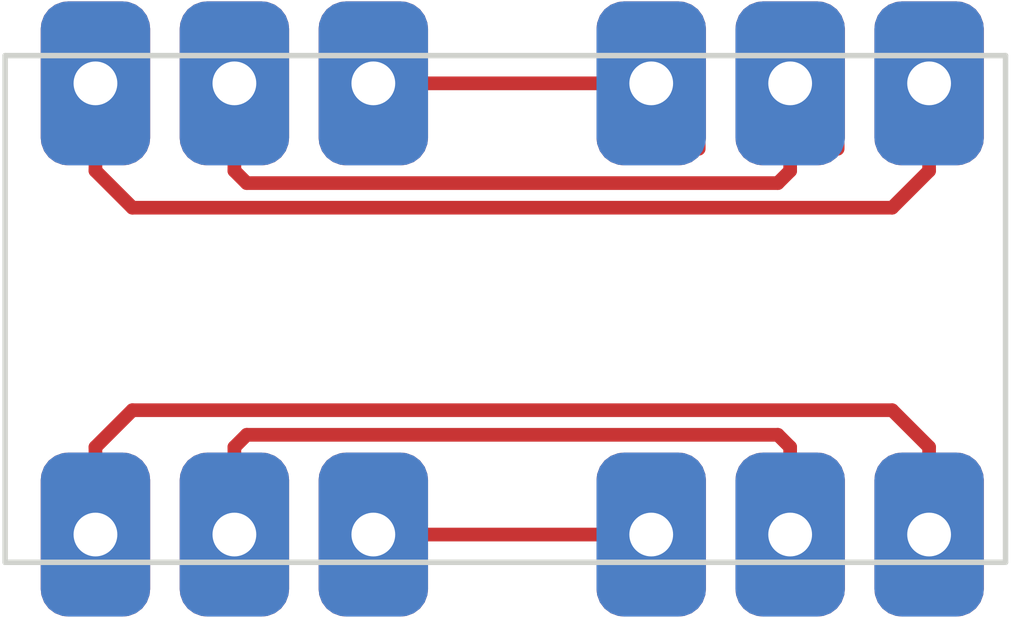
<source format=kicad_pcb>
(kicad_pcb (version 20171130) (host pcbnew "(5.1.2)-2")

  (general
    (thickness 1.6)
    (drawings 4)
    (tracks 26)
    (zones 0)
    (modules 4)
    (nets 4)
  )

  (page A4)
  (layers
    (0 F.Cu signal)
    (31 B.Cu signal)
    (32 B.Adhes user)
    (33 F.Adhes user)
    (34 B.Paste user)
    (35 F.Paste user)
    (36 B.SilkS user)
    (37 F.SilkS user)
    (38 B.Mask user)
    (39 F.Mask user)
    (40 Dwgs.User user)
    (41 Cmts.User user)
    (42 Eco1.User user)
    (43 Eco2.User user)
    (44 Edge.Cuts user)
    (45 Margin user)
    (46 B.CrtYd user)
    (47 F.CrtYd user)
    (48 B.Fab user hide)
    (49 F.Fab user hide)
  )

  (setup
    (last_trace_width 0.25)
    (trace_clearance 0.2)
    (zone_clearance 0.508)
    (zone_45_only no)
    (trace_min 0.2)
    (via_size 0.8)
    (via_drill 0.4)
    (via_min_size 0.4)
    (via_min_drill 0.3)
    (uvia_size 0.3)
    (uvia_drill 0.1)
    (uvias_allowed no)
    (uvia_min_size 0.2)
    (uvia_min_drill 0.1)
    (edge_width 0.05)
    (segment_width 0.2)
    (pcb_text_width 0.3)
    (pcb_text_size 1.5 1.5)
    (mod_edge_width 0.12)
    (mod_text_size 1 1)
    (mod_text_width 0.15)
    (pad_size 2 3)
    (pad_drill 0.8)
    (pad_to_mask_clearance 0.051)
    (solder_mask_min_width 0.25)
    (aux_axis_origin 0 0)
    (visible_elements 7FFFFFFF)
    (pcbplotparams
      (layerselection 0x010fc_ffffffff)
      (usegerberextensions false)
      (usegerberattributes false)
      (usegerberadvancedattributes false)
      (creategerberjobfile false)
      (excludeedgelayer true)
      (linewidth 0.100000)
      (plotframeref false)
      (viasonmask false)
      (mode 1)
      (useauxorigin false)
      (hpglpennumber 1)
      (hpglpenspeed 20)
      (hpglpendiameter 15.000000)
      (psnegative false)
      (psa4output false)
      (plotreference true)
      (plotvalue true)
      (plotinvisibletext false)
      (padsonsilk false)
      (subtractmaskfromsilk false)
      (outputformat 1)
      (mirror false)
      (drillshape 0)
      (scaleselection 1)
      (outputdirectory ""))
  )

  (net 0 "")
  (net 1 "Net-(J1-Pad3)")
  (net 2 "Net-(J1-Pad2)")
  (net 3 "Net-(J1-Pad1)")

  (net_class Default "This is the default net class."
    (clearance 0.2)
    (trace_width 0.25)
    (via_dia 0.8)
    (via_drill 0.4)
    (uvia_dia 0.3)
    (uvia_drill 0.1)
    (add_net "Net-(J1-Pad1)")
    (add_net "Net-(J1-Pad2)")
    (add_net "Net-(J1-Pad3)")
  )

  (module EndConnectors:TetrisTieEndConnectors (layer F.Cu) (tedit 5D2A8D88) (tstamp 5D2D1CE4)
    (at 106.265 96.52)
    (descr "Wire solder connection")
    (tags connector)
    (path /5D2A824E)
    (attr virtual)
    (fp_text reference J1 (at -0.508 0.508 180) (layer F.SilkS) hide
      (effects (font (size 1 1) (thickness 0.15)))
    )
    (fp_text value Conn_01x03 (at 3.175 2.54 180) (layer F.Fab)
      (effects (font (size 1 1) (thickness 0.15)))
    )
    (fp_text user %R (at 3.175 0 180) (layer F.Fab)
      (effects (font (size 1 1) (thickness 0.15)))
    )
    (fp_line (start -1.49 -1.5) (end 7.85 -1.5) (layer F.CrtYd) (width 0.05))
    (fp_line (start -1.49 -1.5) (end -1.49 1.5) (layer F.CrtYd) (width 0.05))
    (fp_line (start 7.85 1.5) (end 7.85 -1.5) (layer F.CrtYd) (width 0.05))
    (fp_line (start 7.85 1.5) (end -1.49 1.5) (layer F.CrtYd) (width 0.05))
    (pad 1 thru_hole roundrect (at 1.05 0) (size 2 3) (drill 0.8) (layers *.Cu *.Mask) (roundrect_rratio 0.25)
      (net 3 "Net-(J1-Pad1)"))
    (pad 2 thru_hole roundrect (at 3.59 0) (size 2 3) (drill 0.8) (layers *.Cu *.Mask) (roundrect_rratio 0.25)
      (net 2 "Net-(J1-Pad2)"))
    (pad 3 thru_hole roundrect (at 6.13 0) (size 2 3) (drill 0.8) (layers *.Cu *.Mask) (roundrect_rratio 0.25)
      (net 1 "Net-(J1-Pad3)") (zone_connect 0))
  )

  (module EndConnectors:TetrisTieEndConnectors (layer F.Cu) (tedit 5D2A8D88) (tstamp 5D2D1EAC)
    (at 106.265 88.265)
    (descr "Wire solder connection")
    (tags connector)
    (path /5D2A824E)
    (attr virtual)
    (fp_text reference J1 (at -0.508 0.508 180) (layer F.SilkS) hide
      (effects (font (size 1 1) (thickness 0.15)))
    )
    (fp_text value Conn_01x03 (at 3.175 2.54 180) (layer F.Fab)
      (effects (font (size 1 1) (thickness 0.15)))
    )
    (fp_text user %R (at 3.175 0 180) (layer F.Fab)
      (effects (font (size 1 1) (thickness 0.15)))
    )
    (fp_line (start -1.49 -1.5) (end 7.85 -1.5) (layer F.CrtYd) (width 0.05))
    (fp_line (start -1.49 -1.5) (end -1.49 1.5) (layer F.CrtYd) (width 0.05))
    (fp_line (start 7.85 1.5) (end 7.85 -1.5) (layer F.CrtYd) (width 0.05))
    (fp_line (start 7.85 1.5) (end -1.49 1.5) (layer F.CrtYd) (width 0.05))
    (pad 1 thru_hole roundrect (at 1.05 0) (size 2 3) (drill 0.8) (layers *.Cu *.Mask) (roundrect_rratio 0.25)
      (net 3 "Net-(J1-Pad1)"))
    (pad 2 thru_hole roundrect (at 3.59 0) (size 2 3) (drill 0.8) (layers *.Cu *.Mask) (roundrect_rratio 0.25)
      (net 2 "Net-(J1-Pad2)"))
    (pad 3 thru_hole roundrect (at 6.13 0) (size 2 3) (drill 0.8) (layers *.Cu *.Mask) (roundrect_rratio 0.25)
      (net 1 "Net-(J1-Pad3)") (zone_connect 0))
  )

  (module EndConnectors:TetrisTieEndConnectors (layer F.Cu) (tedit 5D2A8D88) (tstamp 5D2D1EA1)
    (at 103.285 88.265 180)
    (descr "Wire solder connection")
    (tags connector)
    (path /5D2A824E)
    (attr virtual)
    (fp_text reference J1 (at -0.508 0.508 180) (layer F.SilkS) hide
      (effects (font (size 1 1) (thickness 0.15)))
    )
    (fp_text value Conn_01x03 (at 3.175 2.54 180) (layer F.Fab)
      (effects (font (size 1 1) (thickness 0.15)))
    )
    (fp_line (start 7.85 1.5) (end -1.49 1.5) (layer F.CrtYd) (width 0.05))
    (fp_line (start 7.85 1.5) (end 7.85 -1.5) (layer F.CrtYd) (width 0.05))
    (fp_line (start -1.49 -1.5) (end -1.49 1.5) (layer F.CrtYd) (width 0.05))
    (fp_line (start -1.49 -1.5) (end 7.85 -1.5) (layer F.CrtYd) (width 0.05))
    (fp_text user %R (at 3.175 0 180) (layer F.Fab)
      (effects (font (size 1 1) (thickness 0.15)))
    )
    (pad 3 thru_hole roundrect (at 6.13 0 180) (size 2 3) (drill 0.8) (layers *.Cu *.Mask) (roundrect_rratio 0.25)
      (net 1 "Net-(J1-Pad3)") (zone_connect 0))
    (pad 2 thru_hole roundrect (at 3.59 0 180) (size 2 3) (drill 0.8) (layers *.Cu *.Mask) (roundrect_rratio 0.25)
      (net 2 "Net-(J1-Pad2)"))
    (pad 1 thru_hole roundrect (at 1.05 0 180) (size 2 3) (drill 0.8) (layers *.Cu *.Mask) (roundrect_rratio 0.25)
      (net 3 "Net-(J1-Pad1)"))
  )

  (module EndConnectors:TetrisTieEndConnectors (layer F.Cu) (tedit 5D2A8D88) (tstamp 5D2AD539)
    (at 103.285 96.52 180)
    (descr "Wire solder connection")
    (tags connector)
    (path /5D2A824E)
    (attr virtual)
    (fp_text reference J1 (at -0.508 0.508 180) (layer F.SilkS) hide
      (effects (font (size 1 1) (thickness 0.15)))
    )
    (fp_text value Conn_01x03 (at 3.175 2.54 180) (layer F.Fab)
      (effects (font (size 1 1) (thickness 0.15)))
    )
    (fp_line (start 7.85 1.5) (end -1.49 1.5) (layer F.CrtYd) (width 0.05))
    (fp_line (start 7.85 1.5) (end 7.85 -1.5) (layer F.CrtYd) (width 0.05))
    (fp_line (start -1.49 -1.5) (end -1.49 1.5) (layer F.CrtYd) (width 0.05))
    (fp_line (start -1.49 -1.5) (end 7.85 -1.5) (layer F.CrtYd) (width 0.05))
    (fp_text user %R (at 3.175 0 180) (layer F.Fab)
      (effects (font (size 1 1) (thickness 0.15)))
    )
    (pad 3 thru_hole roundrect (at 6.13 0 180) (size 2 3) (drill 0.8) (layers *.Cu *.Mask) (roundrect_rratio 0.25)
      (net 1 "Net-(J1-Pad3)") (zone_connect 0))
    (pad 2 thru_hole roundrect (at 3.59 0 180) (size 2 3) (drill 0.8) (layers *.Cu *.Mask) (roundrect_rratio 0.25)
      (net 2 "Net-(J1-Pad2)"))
    (pad 1 thru_hole roundrect (at 1.05 0 180) (size 2 3) (drill 0.8) (layers *.Cu *.Mask) (roundrect_rratio 0.25)
      (net 3 "Net-(J1-Pad1)"))
  )

  (gr_line (start 95.504 87.757) (end 113.792 87.757) (layer Edge.Cuts) (width 0.1))
  (gr_line (start 95.504 97.028) (end 95.504 87.757) (layer Edge.Cuts) (width 0.1))
  (gr_line (start 113.792 97.028) (end 95.504 97.028) (layer Edge.Cuts) (width 0.1))
  (gr_line (start 113.792 87.757) (end 113.792 97.028) (layer Edge.Cuts) (width 0.1))

  (segment (start 97.155 88.9) (end 97.155 88.265) (width 0.25) (layer F.Cu) (net 1))
  (segment (start 97.155 94.92) (end 97.155 96.52) (width 0.25) (layer F.Cu) (net 1))
  (segment (start 97.830019 94.244981) (end 97.155 94.92) (width 0.25) (layer F.Cu) (net 1))
  (segment (start 111.719981 94.244981) (end 97.830019 94.244981) (width 0.25) (layer F.Cu) (net 1))
  (segment (start 112.395 94.92) (end 111.719981 94.244981) (width 0.25) (layer F.Cu) (net 1))
  (segment (start 112.395 96.52) (end 112.395 94.92) (width 0.25) (layer F.Cu) (net 1))
  (segment (start 112.395 89.865) (end 112.395 88.265) (width 0.25) (layer F.Cu) (net 1))
  (segment (start 111.719981 90.540019) (end 112.395 89.865) (width 0.25) (layer F.Cu) (net 1))
  (segment (start 97.830019 90.540019) (end 111.719981 90.540019) (width 0.25) (layer F.Cu) (net 1))
  (segment (start 97.155 89.865) (end 97.830019 90.540019) (width 0.25) (layer F.Cu) (net 1))
  (segment (start 97.155 88.265) (end 97.155 89.865) (width 0.25) (layer F.Cu) (net 1))
  (segment (start 110.72329 89.462452) (end 110.72329 89.33571) (width 0.25) (layer F.Cu) (net 2) (tstamp 5D2D1E9B))
  (segment (start 109.855 88.76551) (end 109.855 88.265) (width 0.25) (layer F.Cu) (net 2) (tstamp 5D2D1E9F))
  (segment (start 99.695 94.92) (end 99.695 96.52) (width 0.25) (layer F.Cu) (net 2))
  (segment (start 99.92001 94.69499) (end 99.695 94.92) (width 0.25) (layer F.Cu) (net 2))
  (segment (start 109.62999 94.69499) (end 99.92001 94.69499) (width 0.25) (layer F.Cu) (net 2))
  (segment (start 109.855 94.92) (end 109.62999 94.69499) (width 0.25) (layer F.Cu) (net 2))
  (segment (start 109.855 96.52) (end 109.855 94.92) (width 0.25) (layer F.Cu) (net 2))
  (segment (start 109.855 89.865) (end 109.855 88.265) (width 0.25) (layer F.Cu) (net 2))
  (segment (start 109.62999 90.09001) (end 109.855 89.865) (width 0.25) (layer F.Cu) (net 2))
  (segment (start 99.92001 90.09001) (end 109.62999 90.09001) (width 0.25) (layer F.Cu) (net 2))
  (segment (start 99.695 89.865) (end 99.92001 90.09001) (width 0.25) (layer F.Cu) (net 2))
  (segment (start 99.695 88.265) (end 99.695 89.865) (width 0.25) (layer F.Cu) (net 2))
  (segment (start 108.18329 89.462452) (end 108.18329 89.33571) (width 0.25) (layer F.Cu) (net 3) (tstamp 5D2D1E97))
  (segment (start 107.315 88.265) (end 102.235 88.265) (width 0.25) (layer F.Cu) (net 3))
  (segment (start 107.315 96.52) (end 102.235 96.52) (width 0.25) (layer F.Cu) (net 3))

)

</source>
